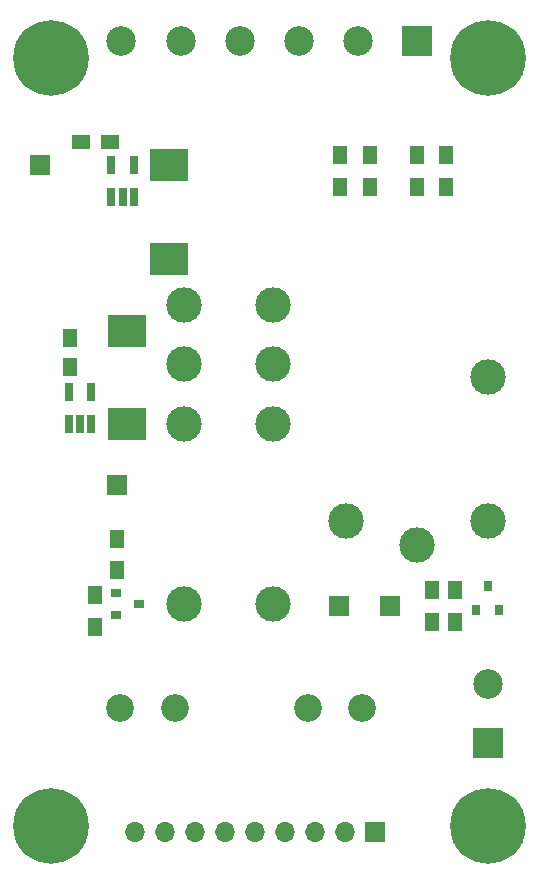
<source format=gbr>
G04 #@! TF.FileFunction,Soldermask,Top*
%FSLAX46Y46*%
G04 Gerber Fmt 4.6, Leading zero omitted, Abs format (unit mm)*
G04 Created by KiCad (PCBNEW 4.0.6) date Monday, July 31, 2017 'PMt' 06:05:11 PM*
%MOMM*%
%LPD*%
G01*
G04 APERTURE LIST*
%ADD10C,0.100000*%
%ADD11C,6.400000*%
%ADD12C,3.000000*%
%ADD13R,1.250000X1.500000*%
%ADD14R,1.500000X1.250000*%
%ADD15R,2.500000X2.500000*%
%ADD16C,2.500000*%
%ADD17R,0.800000X0.900000*%
%ADD18R,0.900000X0.800000*%
%ADD19R,1.300000X1.500000*%
%ADD20R,3.200000X2.700000*%
%ADD21R,0.650000X1.560000*%
%ADD22C,2.350000*%
%ADD23R,1.700000X1.700000*%
%ADD24O,1.700000X1.700000*%
G04 APERTURE END LIST*
D10*
D11*
X91000000Y-145000000D03*
X54000000Y-145000000D03*
X91000000Y-80000000D03*
D12*
X65300000Y-126200000D03*
X72800000Y-126200000D03*
X65300000Y-105880000D03*
X72800000Y-100840000D03*
X72800000Y-110920000D03*
X65300000Y-110920000D03*
X72800000Y-105880000D03*
X65300000Y-100840000D03*
D13*
X55600000Y-103650000D03*
X55600000Y-106150000D03*
D14*
X56550000Y-87100000D03*
X59050000Y-87100000D03*
D15*
X91000000Y-138000000D03*
D16*
X91000000Y-133000000D03*
D17*
X90050000Y-126700000D03*
X91950000Y-126700000D03*
X91000000Y-124700000D03*
D18*
X59500000Y-125250000D03*
X59500000Y-127150000D03*
X61500000Y-126200000D03*
D19*
X86300000Y-125050000D03*
X86300000Y-127750000D03*
X57800000Y-125450000D03*
X57800000Y-128150000D03*
X88200000Y-125050000D03*
X88200000Y-127750000D03*
X59600000Y-123350000D03*
X59600000Y-120650000D03*
D20*
X60500000Y-103050000D03*
X60500000Y-110950000D03*
X64000000Y-89050000D03*
X64000000Y-96950000D03*
D12*
X91000000Y-119200000D03*
X91000000Y-107000000D03*
X79000000Y-119200000D03*
X85000000Y-121200000D03*
D21*
X55550000Y-110950000D03*
X56500000Y-110950000D03*
X57450000Y-110950000D03*
X57450000Y-108250000D03*
X55550000Y-108250000D03*
X59150000Y-91750000D03*
X60100000Y-91750000D03*
X61050000Y-91750000D03*
X61050000Y-89050000D03*
X59150000Y-89050000D03*
D22*
X64500000Y-135000000D03*
X59900000Y-135000000D03*
X75800000Y-135000000D03*
X80400000Y-135000000D03*
D11*
X54000000Y-80000000D03*
D23*
X59600000Y-116100000D03*
X78400000Y-126400000D03*
X53100000Y-89000000D03*
X82700000Y-126400000D03*
D19*
X81000000Y-88150000D03*
X81000000Y-90850000D03*
X78500000Y-90850000D03*
X78500000Y-88150000D03*
X85000000Y-88150000D03*
X85000000Y-90850000D03*
X87500000Y-90850000D03*
X87500000Y-88150000D03*
D23*
X81500000Y-145500000D03*
D24*
X78960000Y-145500000D03*
X76420000Y-145500000D03*
X73880000Y-145500000D03*
X71340000Y-145500000D03*
X68800000Y-145500000D03*
X66260000Y-145500000D03*
X63720000Y-145500000D03*
X61180000Y-145500000D03*
D16*
X60000000Y-78500000D03*
X65000000Y-78500000D03*
X70000000Y-78500000D03*
X75000000Y-78500000D03*
D15*
X85000000Y-78500000D03*
D16*
X80000000Y-78500000D03*
M02*

</source>
